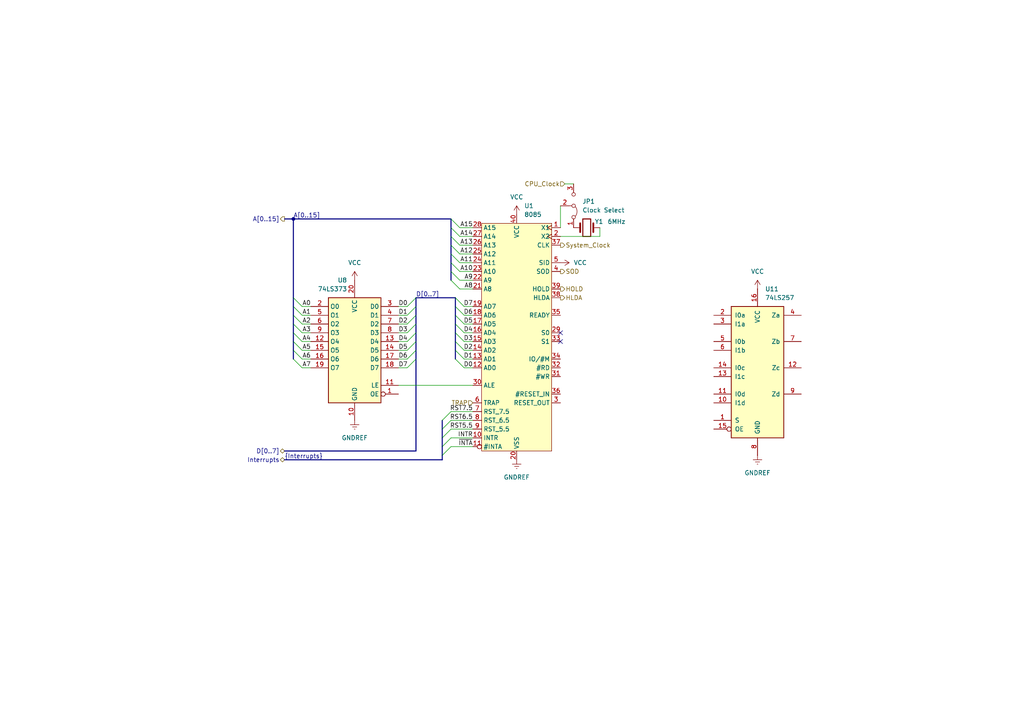
<source format=kicad_sch>
(kicad_sch (version 20231120) (generator "eeschema") (generator_version "8.0")
  (paper "A4")
  (lib_symbols
    (symbol "74xx:74LS257" (pin_names (offset 1.016))
      (property "Reference" "U" (at -7.62 19.05 0))
      (property "Value" "74LS257" (at -7.62 -21.59 0))
      (symbol "74LS257_1_0"
        (pin input line (at -12.7 -15.24 0) (length 5.08) (name "S") (number "1"))
        (pin input line (at -12.7 -10.16 0) (length 5.08) (name "I1d") (number "10"))
        (pin input line (at -12.7 -7.62 0) (length 5.08) (name "I0d") (number "11"))
        (pin tri_state line (at 12.7 0 180) (length 5.08) (name "Zc") (number "12"))
        (pin input line (at -12.7 -2.54 0) (length 5.08) (name "I1c") (number "13"))
        (pin input line (at -12.7 0 0) (length 5.08) (name "I0c") (number "14"))
        (pin input inverted (at -12.7 -17.78 0) (length 5.08) (name "OE") (number "15"))
        (pin power_in line (at 0 22.86 270) (length 5.08) (name "VCC") (number "16"))
        (pin input line (at -12.7 15.24 0) (length 5.08) (name "I0a") (number "2"))
        (pin input line (at -12.7 12.7 0) (length 5.08) (name "I1a") (number "3"))
        (pin tri_state line (at 12.7 15.24 180) (length 5.08) (name "Za") (number "4"))
        (pin input line (at -12.7 7.62 0) (length 5.08) (name "I0b") (number "5"))
        (pin input line (at -12.7 5.08 0) (length 5.08) (name "I1b") (number "6"))
        (pin tri_state line (at 12.7 7.62 180) (length 5.08) (name "Zb") (number "7"))
        (pin power_in line (at 0 -25.4 90) (length 5.08) (name "GND") (number "8"))
        (pin tri_state line (at 12.7 -7.62 180) (length 5.08) (name "Zd") (number "9"))
      )
      (symbol "74LS257_1_1"
        (rectangle (start -7.62 17.78) (end 7.62 -20.32) (stroke (width 0.254)) (fill (type background)))
      )
    )
    (symbol "74xx:74LS373"
      (property "Reference" "U" (at -7.62 16.51 0))
      (property "Value" "74LS373" (at -7.62 -16.51 0))
      (symbol "74LS373_1_0"
        (pin input inverted (at -12.7 -12.7 0) (length 5.08) (name "OE") (number "1"))
        (pin power_in line (at 0 -20.32 90) (length 5.08) (name "GND") (number "10"))
        (pin input line (at -12.7 -10.16 0) (length 5.08) (name "LE") (number "11"))
        (pin tri_state line (at 12.7 2.54 180) (length 5.08) (name "O4") (number "12"))
        (pin input line (at -12.7 2.54 0) (length 5.08) (name "D4") (number "13"))
        (pin input line (at -12.7 0 0) (length 5.08) (name "D5") (number "14"))
        (pin tri_state line (at 12.7 0 180) (length 5.08) (name "O5") (number "15"))
        (pin tri_state line (at 12.7 -2.54 180) (length 5.08) (name "O6") (number "16"))
        (pin input line (at -12.7 -2.54 0) (length 5.08) (name "D6") (number "17"))
        (pin input line (at -12.7 -5.08 0) (length 5.08) (name "D7") (number "18"))
        (pin tri_state line (at 12.7 -5.08 180) (length 5.08) (name "O7") (number "19"))
        (pin tri_state line (at 12.7 12.7 180) (length 5.08) (name "O0") (number "2"))
        (pin power_in line (at 0 20.32 270) (length 5.08) (name "VCC") (number "20"))
        (pin input line (at -12.7 12.7 0) (length 5.08) (name "D0") (number "3"))
        (pin input line (at -12.7 10.16 0) (length 5.08) (name "D1") (number "4"))
        (pin tri_state line (at 12.7 10.16 180) (length 5.08) (name "O1") (number "5"))
        (pin tri_state line (at 12.7 7.62 180) (length 5.08) (name "O2") (number "6"))
        (pin input line (at -12.7 7.62 0) (length 5.08) (name "D2") (number "7"))
        (pin input line (at -12.7 5.08 0) (length 5.08) (name "D3") (number "8"))
        (pin tri_state line (at 12.7 5.08 180) (length 5.08) (name "O3") (number "9"))
      )
      (symbol "74LS373_1_1"
        (rectangle (start -7.62 15.24) (end 7.62 -15.24) (stroke (width 0.254)) (fill (type background)))
      )
    )
    (symbol "Device:Crystal" (pin_numbers hide) (pin_names (offset 1.016) hide)
      (property "Reference" "Y" (at 0 3.81 0))
      (property "Value" "Crystal" (at 0 -3.81 0))
      (symbol "Crystal_0_1"
        (rectangle (start -1.143 2.54) (end 1.143 -2.54) (stroke (width 0.3048)))
        (polyline (pts (xy -2.54 0) (xy -1.905 0)))
        (polyline (pts (xy -1.905 -1.27) (xy -1.905 1.27)) (stroke (width 0.508)))
        (polyline (pts (xy 1.905 -1.27) (xy 1.905 1.27)) (stroke (width 0.508)))
        (polyline (pts (xy 2.54 0) (xy 1.905 0)))
      )
      (symbol "Crystal_1_1"
        (pin passive line (at -3.81 0 0) (length 1.27) (name "1") (number "1"))
        (pin passive line (at 3.81 0 180) (length 1.27) (name "2") (number "2"))
      )
    )
    (symbol "Jumper:Jumper_3_Bridged12" (pin_names (offset 0) hide) (exclude_from_sim yes) (in_bom no)
      (property "Reference" "JP" (at -2.54 -2.54 0))
      (property "Value" "Jumper_3_Bridged12" (at 0 2.794 0))
      (symbol "Jumper_3_Bridged12_0_0"
        (circle (center -3.302 0) (radius 0.508))
        (circle (center 0 0) (radius 0.508))
        (circle (center 3.302 0) (radius 0.508))
      )
      (symbol "Jumper_3_Bridged12_0_1"
        (arc (start -0.254 0.508) (mid -1.651 0.9912) (end -3.048 0.508))
        (polyline (pts (xy 0 -1.27) (xy 0 -0.508)))
      )
      (symbol "Jumper_3_Bridged12_1_1"
        (pin passive line (at -6.35 0 0) (length 2.54) (name "A") (number "1"))
        (pin passive line (at 0 -3.81 90) (length 2.54) (name "C") (number "2"))
        (pin passive line (at 6.35 0 180) (length 2.54) (name "B") (number "3"))
      )
    )
    (symbol "intel-mcs-85:8085"
      (property "Reference" "U" (at -8.89 29.21 0))
      (property "Value" "8085" (at 7.62 29.21 0))
      (symbol "8085_0_1"
        (rectangle (start -10.16 27.94) (end 10.16 -38.1) (fill (type background)))
      )
      (symbol "8085_1_1"
        (pin input clock (at 12.7 26.67 180) (length 2.54) (name "X1") (number "1"))
        (pin input line (at -12.7 -34.29 0) (length 2.54) (name "INTR") (number "10"))
        (pin input inverted (at -12.7 -36.83 0) (length 2.54) (name "#INTA") (number "11"))
        (pin bidirectional line (at -12.7 -13.97 0) (length 2.54) (name "AD0") (number "12"))
        (pin bidirectional line (at -12.7 -11.43 0) (length 2.54) (name "AD1") (number "13"))
        (pin bidirectional line (at -12.7 -8.89 0) (length 2.54) (name "AD2") (number "14"))
        (pin bidirectional line (at -12.7 -6.35 0) (length 2.54) (name "AD3") (number "15"))
        (pin bidirectional line (at -12.7 -3.81 0) (length 2.54) (name "AD4") (number "16"))
        (pin bidirectional line (at -12.7 -1.27 0) (length 2.54) (name "AD5") (number "17"))
        (pin bidirectional line (at -12.7 1.27 0) (length 2.54) (name "AD6") (number "18"))
        (pin bidirectional line (at -12.7 3.81 0) (length 2.54) (name "AD7") (number "19"))
        (pin input clock (at 12.7 24.13 180) (length 2.54) (name "X2") (number "2"))
        (pin power_in line (at 0 -40.64 90) (length 2.54) (name "VSS") (number "20"))
        (pin tri_state line (at -12.7 8.89 0) (length 2.54) (name "A8") (number "21"))
        (pin tri_state line (at -12.7 11.43 0) (length 2.54) (name "A9") (number "22"))
        (pin tri_state line (at -12.7 13.97 0) (length 2.54) (name "A10") (number "23"))
        (pin tri_state line (at -12.7 16.51 0) (length 2.54) (name "A11") (number "24"))
        (pin tri_state line (at -12.7 19.05 0) (length 2.54) (name "A12") (number "25"))
        (pin tri_state line (at -12.7 21.59 0) (length 2.54) (name "A13") (number "26"))
        (pin tri_state line (at -12.7 24.13 0) (length 2.54) (name "A14") (number "27"))
        (pin tri_state line (at -12.7 26.67 0) (length 2.54) (name "A15") (number "28"))
        (pin output line (at 12.7 -3.81 180) (length 2.54) (name "S0") (number "29"))
        (pin output line (at 12.7 -24.13 180) (length 2.54) (name "RESET_OUT") (number "3"))
        (pin output line (at -12.7 -19.05 0) (length 2.54) (name "ALE") (number "30"))
        (pin tri_state line (at 12.7 -16.51 180) (length 2.54) (name "#WR") (number "31"))
        (pin tri_state line (at 12.7 -13.97 180) (length 2.54) (name "#RD") (number "32"))
        (pin output line (at 12.7 -6.35 180) (length 2.54) (name "S1") (number "33"))
        (pin tri_state line (at 12.7 -11.43 180) (length 2.54) (name "IO/#M") (number "34"))
        (pin input line (at 12.7 1.27 180) (length 2.54) (name "READY") (number "35"))
        (pin input line (at 12.7 -21.59 180) (length 2.54) (name "#RESET_IN") (number "36"))
        (pin output line (at 12.7 21.59 180) (length 2.54) (name "CLK") (number "37"))
        (pin output line (at 12.7 6.35 180) (length 2.54) (name "HLDA") (number "38"))
        (pin input line (at 12.7 8.89 180) (length 2.54) (name "HOLD") (number "39"))
        (pin output line (at 12.7 13.97 180) (length 2.54) (name "SOD") (number "4"))
        (pin power_in line (at 0 30.48 270) (length 2.54) (name "VCC") (number "40"))
        (pin input line (at 12.7 16.51 180) (length 2.54) (name "SID") (number "5"))
        (pin input line (at -12.7 -24.13 0) (length 2.54) (name "TRAP") (number "6"))
        (pin input line (at -12.7 -26.67 0) (length 2.54) (name "RST_7.5") (number "7"))
        (pin input line (at -12.7 -29.21 0) (length 2.54) (name "RST_6.5") (number "8"))
        (pin input line (at -12.7 -31.75 0) (length 2.54) (name "RST_5.5") (number "9"))
      )
    )
    (symbol "power:GNDREF" (power) (pin_numbers hide) (pin_names (offset 0) hide)
      (property "Value" "GNDREF" (at 0 -3.81 0))
      (symbol "GNDREF_0_1"
        (polyline (pts (xy -0.635 -1.905) (xy 0.635 -1.905)))
        (polyline (pts (xy -0.127 -2.54) (xy 0.127 -2.54)))
        (polyline (pts (xy 0 -1.27) (xy 0 0)))
        (polyline (pts (xy 1.27 -1.27) (xy -1.27 -1.27)))
      )
      (symbol "GNDREF_1_1"
        (pin power_in line (at 0 0 270) (length 0) (name "~") (number "1"))
      )
    )
    (symbol "power:VCC" (power) (pin_numbers hide) (pin_names (offset 0) hide)
      (property "Value" "VCC" (at 0 3.556 0))
      (symbol "VCC_0_1"
        (polyline (pts (xy -0.762 1.27) (xy 0 2.54)))
        (polyline (pts (xy 0 0) (xy 0 2.54)))
        (polyline (pts (xy 0 2.54) (xy 0.762 1.27)))
      )
      (symbol "VCC_1_1"
        (pin power_in line (at 0 0 90) (length 0) (name "~") (number "1"))
      )
    )
  )
  (junction (at 85.09 63.5))
  (no_connect (at 162.56 99.06))
  (no_connect (at 162.56 96.52))
  (bus_entry (at 128.27 129.54) (size 2.54 -2.54))
  (bus_entry (at 134.62 96.52) (size -2.54 -2.54))
  (bus_entry (at 134.62 104.14) (size -2.54 -2.54))
  (bus_entry (at 130.81 63.5) (size 2.54 2.54))
  (bus_entry (at 128.27 132.08) (size 2.54 -2.54))
  (bus_entry (at 118.11 91.44) (size 2.54 -2.54))
  (bus_entry (at 85.09 86.36) (size 2.54 2.54))
  (bus_entry (at 85.09 93.98) (size 2.54 2.54))
  (bus_entry (at 130.81 76.2) (size 2.54 2.54))
  (bus_entry (at 118.11 96.52) (size 2.54 -2.54))
  (bus_entry (at 128.27 121.92) (size 2.54 -2.54))
  (bus_entry (at 134.62 88.9) (size -2.54 -2.54))
  (bus_entry (at 118.11 88.9) (size 2.54 -2.54))
  (bus_entry (at 130.81 78.74) (size 2.54 2.54))
  (bus_entry (at 130.81 68.58) (size 2.54 2.54))
  (bus_entry (at 118.11 101.6) (size 2.54 -2.54))
  (bus_entry (at 85.09 104.14) (size 2.54 2.54))
  (bus_entry (at 134.62 91.44) (size -2.54 -2.54))
  (bus_entry (at 134.62 99.06) (size -2.54 -2.54))
  (bus_entry (at 130.81 71.12) (size 2.54 2.54))
  (bus_entry (at 85.09 99.06) (size 2.54 2.54))
  (bus_entry (at 85.09 96.52) (size 2.54 2.54))
  (bus_entry (at 130.81 66.04) (size 2.54 2.54))
  (bus_entry (at 130.81 81.28) (size 2.54 2.54))
  (bus_entry (at 134.62 101.6) (size -2.54 -2.54))
  (bus_entry (at 118.11 106.68) (size 2.54 -2.54))
  (bus_entry (at 118.11 104.14) (size 2.54 -2.54))
  (bus_entry (at 130.81 73.66) (size 2.54 2.54))
  (bus_entry (at 85.09 88.9) (size 2.54 2.54))
  (bus_entry (at 85.09 91.44) (size 2.54 2.54))
  (bus_entry (at 85.09 101.6) (size 2.54 2.54))
  (bus_entry (at 134.62 106.68) (size -2.54 -2.54))
  (bus_entry (at 118.11 93.98) (size 2.54 -2.54))
  (bus_entry (at 128.27 127) (size 2.54 -2.54))
  (bus_entry (at 128.27 124.46) (size 2.54 -2.54))
  (bus_entry (at 134.62 93.98) (size -2.54 -2.54))
  (bus_entry (at 118.11 99.06) (size 2.54 -2.54))
  (bus (pts (xy 120.65 101.6) (xy 120.65 99.06)))
  (bus (pts (xy 120.65 88.9) (xy 120.65 86.36)))
  (bus (pts (xy 130.81 68.58) (xy 130.81 71.12)))
  (wire (pts (xy 87.63 104.14) (xy 90.17 104.14)))
  (bus (pts (xy 120.65 96.52) (xy 120.65 93.98)))
  (wire (pts (xy 115.57 99.06) (xy 118.11 99.06)))
  (wire (pts (xy 130.81 119.38) (xy 137.16 119.38)))
  (bus (pts (xy 85.09 104.14) (xy 85.09 101.6)))
  (wire (pts (xy 115.57 106.68) (xy 118.11 106.68)))
  (bus (pts (xy 132.08 96.52) (xy 132.08 99.06)))
  (bus (pts (xy 130.81 71.12) (xy 130.81 73.66)))
  (wire (pts (xy 87.63 96.52) (xy 90.17 96.52)))
  (bus (pts (xy 120.65 104.14) (xy 120.65 101.6)))
  (bus (pts (xy 85.09 63.5) (xy 130.81 63.5)))
  (bus (pts (xy 128.27 132.08) (xy 128.27 133.35)))
  (wire (pts (xy 87.63 101.6) (xy 90.17 101.6)))
  (wire (pts (xy 137.16 101.6) (xy 134.62 101.6)))
  (wire (pts (xy 115.57 96.52) (xy 118.11 96.52)))
  (bus (pts (xy 85.09 96.52) (xy 85.09 93.98)))
  (bus (pts (xy 130.81 73.66) (xy 130.81 76.2)))
  (wire (pts (xy 133.35 83.82) (xy 137.16 83.82)))
  (bus (pts (xy 128.27 129.54) (xy 128.27 132.08)))
  (bus (pts (xy 130.81 78.74) (xy 130.81 81.28)))
  (wire (pts (xy 87.63 99.06) (xy 90.17 99.06)))
  (bus (pts (xy 120.65 86.36) (xy 132.08 86.36)))
  (wire (pts (xy 133.35 68.58) (xy 137.16 68.58)))
  (bus (pts (xy 132.08 91.44) (xy 132.08 93.98)))
  (bus (pts (xy 130.81 63.5) (xy 130.81 66.04)))
  (bus (pts (xy 130.81 76.2) (xy 130.81 78.74)))
  (bus (pts (xy 85.09 101.6) (xy 85.09 99.06)))
  (bus (pts (xy 120.65 99.06) (xy 120.65 96.52)))
  (wire (pts (xy 137.16 99.06) (xy 134.62 99.06)))
  (bus (pts (xy 128.27 124.46) (xy 128.27 127)))
  (wire (pts (xy 115.57 88.9) (xy 118.11 88.9)))
  (wire (pts (xy 137.16 93.98) (xy 134.62 93.98)))
  (wire (pts (xy 163.83 53.34) (xy 166.37 53.34)))
  (bus (pts (xy 132.08 101.6) (xy 132.08 104.14)))
  (bus (pts (xy 85.09 91.44) (xy 85.09 88.9)))
  (bus (pts (xy 120.65 91.44) (xy 120.65 88.9)))
  (bus (pts (xy 85.09 93.98) (xy 85.09 91.44)))
  (wire (pts (xy 137.16 91.44) (xy 134.62 91.44)))
  (wire (pts (xy 133.35 78.74) (xy 137.16 78.74)))
  (bus (pts (xy 128.27 127) (xy 128.27 129.54)))
  (wire (pts (xy 87.63 88.9) (xy 90.17 88.9)))
  (wire (pts (xy 133.35 81.28) (xy 137.16 81.28)))
  (wire (pts (xy 137.16 96.52) (xy 134.62 96.52)))
  (wire (pts (xy 115.57 111.76) (xy 137.16 111.76)))
  (wire (pts (xy 130.81 121.92) (xy 137.16 121.92)))
  (wire (pts (xy 133.35 76.2) (xy 137.16 76.2)))
  (wire (pts (xy 137.16 104.14) (xy 134.62 104.14)))
  (wire (pts (xy 87.63 93.98) (xy 90.17 93.98)))
  (wire (pts (xy 133.35 71.12) (xy 137.16 71.12)))
  (wire (pts (xy 137.16 88.9) (xy 134.62 88.9)))
  (bus (pts (xy 85.09 86.36) (xy 85.09 63.5)))
  (wire (pts (xy 130.81 124.46) (xy 137.16 124.46)))
  (bus (pts (xy 85.09 99.06) (xy 85.09 96.52)))
  (bus (pts (xy 132.08 88.9) (xy 132.08 91.44)))
  (bus (pts (xy 128.27 133.35) (xy 82.55 133.35)))
  (wire (pts (xy 115.57 93.98) (xy 118.11 93.98)))
  (wire (pts (xy 137.16 106.68) (xy 134.62 106.68)))
  (wire (pts (xy 130.81 127) (xy 137.16 127)))
  (bus (pts (xy 132.08 99.06) (xy 132.08 101.6)))
  (wire (pts (xy 115.57 91.44) (xy 118.11 91.44)))
  (wire (pts (xy 162.56 68.58) (xy 173.99 68.58)))
  (bus (pts (xy 120.65 93.98) (xy 120.65 91.44)))
  (wire (pts (xy 133.35 73.66) (xy 137.16 73.66)))
  (wire (pts (xy 87.63 91.44) (xy 90.17 91.44)))
  (bus (pts (xy 132.08 86.36) (xy 132.08 88.9)))
  (wire (pts (xy 115.57 104.14) (xy 118.11 104.14)))
  (wire (pts (xy 173.99 68.58) (xy 173.99 66.04)))
  (bus (pts (xy 85.09 88.9) (xy 85.09 86.36)))
  (wire (pts (xy 115.57 101.6) (xy 118.11 101.6)))
  (bus (pts (xy 120.65 130.81) (xy 82.55 130.81)))
  (wire (pts (xy 162.56 59.69) (xy 162.56 66.04)))
  (wire (pts (xy 133.35 66.04) (xy 137.16 66.04)))
  (bus (pts (xy 120.65 104.14) (xy 120.65 130.81)))
  (bus (pts (xy 130.81 66.04) (xy 130.81 68.58)))
  (wire (pts (xy 87.63 106.68) (xy 90.17 106.68)))
  (bus (pts (xy 82.55 63.5) (xy 85.09 63.5)))
  (bus (pts (xy 128.27 121.92) (xy 128.27 124.46)))
  (wire (pts (xy 130.81 129.54) (xy 137.16 129.54)))
  (bus (pts (xy 132.08 93.98) (xy 132.08 96.52)))
  (label "A3" (at 90.17 96.52 180))
  (label "D5" (at 115.57 101.6 0))
  (label "D4" (at 115.57 99.06 0))
  (label "D0" (at 115.57 88.9 0))
  (label "A14" (at 137.16 68.58 180))
  (label "{Interrupts}" (at 82.55 133.35 0))
  (label "A12" (at 137.16 73.66 180))
  (label "INTR" (at 137.16 127 180))
  (label "D1" (at 137.16 104.14 180))
  (label "~{INTA}" (at 137.16 129.54 180))
  (label "D3" (at 115.57 96.52 0))
  (label "A1" (at 90.17 91.44 180))
  (label "A2" (at 90.17 93.98 180))
  (label "A11" (at 137.16 76.2 180))
  (label "A8" (at 137.16 83.82 180))
  (label "RST5.5" (at 137.16 124.46 180))
  (label "A[0..15]" (at 85.09 63.5 0))
  (label "A7" (at 90.17 106.68 180))
  (label "A6" (at 90.17 104.14 180))
  (label "D2" (at 137.16 101.6 180))
  (label "D4" (at 137.16 96.52 180))
  (label "D7" (at 137.16 88.9 180))
  (label "A5" (at 90.17 101.6 180))
  (label "A0" (at 90.17 88.9 180))
  (label "D7" (at 115.57 106.68 0))
  (label "A10" (at 137.16 78.74 180))
  (label "D3" (at 137.16 99.06 180))
  (label "D6" (at 115.57 104.14 0))
  (label "D[0..7]" (at 120.65 86.36 0))
  (label "RST7.5" (at 137.16 119.38 180))
  (label "D6" (at 137.16 91.44 180))
  (label "D2" (at 115.57 93.98 0))
  (label "A4" (at 90.17 99.06 180))
  (label "RST6.5" (at 137.16 121.92 180))
  (label "A15" (at 137.16 66.04 180))
  (label "D0" (at 137.16 106.68 180))
  (label "A13" (at 137.16 71.12 180))
  (label "A9" (at 137.16 81.28 180))
  (label "D1" (at 115.57 91.44 0))
  (label "D5" (at 137.16 93.98 180))
  (hierarchical_label "Interrupts" (shape bidirectional) (at 82.55 133.35 180))
  (hierarchical_label "System_Clock" (shape output) (at 162.56 71.12 0))
  (hierarchical_label "D[0..7]" (shape bidirectional) (at 82.55 130.81 180))
  (hierarchical_label "A[0..15]" (shape output) (at 82.55 63.5 180))
  (hierarchical_label "HOLD" (shape output) (at 162.56 83.82 0))
  (hierarchical_label "CPU_Clock" (shape input) (at 163.83 53.34 180))
  (hierarchical_label "HLDA" (shape output) (at 162.56 86.36 0))
  (hierarchical_label "SOD" (shape output) (at 162.56 78.74 0))
  (hierarchical_label "TRAP" (shape input) (at 137.16 116.84 180))
  (symbol (lib_id "power:VCC") (at 149.86 62.23 0) (unit 1)
    (property "Reference" "#PWR021" (effects (hide yes)))
    (property "Value" "VCC" (at 149.86 57.15 0))
    (property "Description" "Power symbol creates a global label with name \"VCC\"" (effects (hide yes)))
  )
  (symbol (lib_id "power:VCC") (at 162.56 76.2 270) (unit 1)
    (property "Reference" "#PWR024" (effects (hide yes)))
    (property "Value" "VCC" (at 166.37 76.1999 90) (effects (justify left)))
    (property "Description" "Power symbol creates a global label with name \"VCC\"" (effects (hide yes)))
  )
  (symbol (lib_id "intel-mcs-85:8085") (at 149.86 92.71 0) (unit 1)
    (property "Reference" "U1" (at 152.0541 59.69 0) (effects (justify left)))
    (property "Value" "8085" (at 152.0541 62.23 0) (effects (justify left)))
  )
  (symbol (lib_id "power:VCC") (at 219.71 83.82 0) (unit 1)
    (property "Reference" "#PWR017" (effects (hide yes)))
    (property "Value" "VCC" (at 219.71 78.74 0))
    (property "Description" "Power symbol creates a global label with name \"VCC\"" (effects (hide yes)))
  )
  (symbol (lib_id "power:GNDREF") (at 149.86 133.35 0) (unit 1)
    (property "Reference" "#PWR020" (effects (hide yes)))
    (property "Value" "GNDREF" (at 149.86 138.43 0))
    (property "Description" "Power symbol creates a global label with name \"GNDREF\" , reference supply ground" (effects (hide yes)))
  )
  (symbol (lib_id "74xx:74LS373") (at 102.87 101.6 0) (mirror y) (unit 1)
    (property "Reference" "U8" (at 100.6759 81.28 0) (effects (justify left)))
    (property "Value" "74LS373" (at 100.6759 83.82 0) (effects (justify left)))
    (property "Datasheet" "http://www.ti.com/lit/gpn/sn74LS373" (effects (hide yes)))
    (property "Description" "8-bit Latch, 3-state outputs" (effects (hide yes)))
  )
  (symbol (lib_id "power:VCC") (at 102.87 81.28 0) (unit 1)
    (property "Reference" "#PWR022" (effects (hide yes)))
    (property "Value" "VCC" (at 102.87 76.2 0))
    (property "Description" "Power symbol creates a global label with name \"VCC\"" (effects (hide yes)))
  )
  (symbol (lib_id "Jumper:Jumper_3_Bridged12") (at 166.37 59.69 270) (mirror x) (unit 1) (exclude_from_sim yes) (in_bom no)
    (property "Reference" "JP1" (at 168.91 58.4199 90) (effects (justify left)))
    (property "Value" "Clock Select" (at 168.91 60.9599 90) (effects (justify left)))
    (property "Description" "Jumper, 3-pole, pins 1+2 closed/bridged" (effects (hide yes)))
  )
  (symbol (lib_id "power:GNDREF") (at 219.71 132.08 0) (unit 1)
    (property "Reference" "#PWR025" (effects (hide yes)))
    (property "Value" "GNDREF" (at 219.71 137.16 0))
    (property "Description" "Power symbol creates a global label with name \"GNDREF\" , reference supply ground" (effects (hide yes)))
  )
  (symbol (lib_id "power:GNDREF") (at 102.87 121.92 0) (unit 1)
    (property "Reference" "#PWR023" (effects (hide yes)))
    (property "Value" "GNDREF" (at 102.87 127 0))
    (property "Description" "Power symbol creates a global label with name \"GNDREF\" , reference supply ground" (effects (hide yes)))
  )
  (symbol (lib_id "Device:Crystal") (at 170.18 66.04 0) (unit 1)
    (property "Reference" "Y1" (at 173.736 64.262 0))
    (property "Value" "6MHz" (at 178.816 64.262 0))
    (property "Description" "Two pin crystal" (effects (hide yes)))
  )
  (symbol (lib_id "74xx:74LS257") (at 219.71 106.68 0) (unit 1)
    (property "Reference" "U11" (at 221.9041 83.82 0) (effects (justify left)))
    (property "Value" "74LS257" (at 221.9041 86.36 0) (effects (justify left)))
    (property "Datasheet" "http://www.ti.com/lit/gpn/sn74LS257" (effects (hide yes)))
    (property "Description" "Quad 2 to 1 Multiplexer" (effects (hide yes)))
  )
)
</source>
